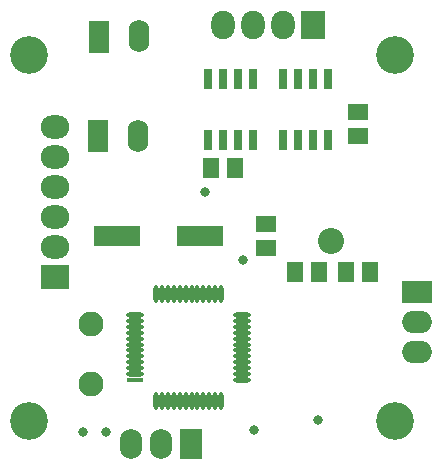
<source format=gbs>
G04 Layer_Color=16711935*
%FSLAX44Y44*%
%MOMM*%
G71*
G01*
G75*
%ADD53R,1.4732X1.8034*%
%ADD54R,1.8034X1.4732*%
%ADD62R,0.7112X1.7272*%
%ADD63C,3.2032*%
%ADD64C,2.2032*%
%ADD65C,2.1082*%
%ADD66R,1.7272X2.7432*%
%ADD67O,1.7272X2.7432*%
%ADD68O,1.9032X2.5032*%
%ADD69R,1.9032X2.5032*%
%ADD70O,2.5032X1.9032*%
%ADD71R,2.5032X1.9032*%
%ADD72R,2.4032X2.0032*%
%ADD73O,2.4032X2.0032*%
%ADD74R,2.0032X2.4032*%
%ADD75O,2.0032X2.4032*%
%ADD76C,0.8032*%
%ADD77R,1.4732X0.4532*%
%ADD78O,1.4732X0.4532*%
%ADD79O,0.4532X1.4732*%
%ADD80R,3.9532X1.7032*%
D53*
X153840Y-95000D02*
D03*
X174160D02*
D03*
X267840Y-183000D02*
D03*
X288160D02*
D03*
X224840D02*
D03*
X245160D02*
D03*
D54*
X278130Y-68580D02*
D03*
Y-48260D02*
D03*
X200000Y-163160D02*
D03*
Y-142840D02*
D03*
D62*
X214630Y-19685D02*
D03*
X227330D02*
D03*
X240030D02*
D03*
X252730D02*
D03*
Y-71755D02*
D03*
X240030D02*
D03*
X227330D02*
D03*
X214630D02*
D03*
X151130Y-19685D02*
D03*
X163830D02*
D03*
X176530D02*
D03*
X189230D02*
D03*
Y-71755D02*
D03*
X176530D02*
D03*
X163830D02*
D03*
X151130D02*
D03*
D63*
X309880Y-309880D02*
D03*
Y0D02*
D03*
X0D02*
D03*
Y-309880D02*
D03*
D64*
X255270Y-157480D02*
D03*
D65*
X52000Y-278400D02*
D03*
Y-227600D02*
D03*
D66*
X57982Y-68127D02*
D03*
X58982Y15873D02*
D03*
D67*
X92018Y-67873D02*
D03*
X93018Y16127D02*
D03*
D68*
X86300Y-329000D02*
D03*
X111700D02*
D03*
D69*
X137100D02*
D03*
D70*
X328000Y-251400D02*
D03*
Y-226000D02*
D03*
D71*
Y-200600D02*
D03*
D72*
X22000Y-187500D02*
D03*
D73*
Y-162100D02*
D03*
Y-136700D02*
D03*
Y-111300D02*
D03*
Y-85900D02*
D03*
Y-60500D02*
D03*
D74*
X240030Y25400D02*
D03*
D75*
X214630D02*
D03*
X189230D02*
D03*
X163830D02*
D03*
D76*
X65000Y-319000D02*
D03*
X45000D02*
D03*
X244000Y-309000D02*
D03*
X190000Y-317000D02*
D03*
X181000Y-173000D02*
D03*
X149000Y-116000D02*
D03*
D77*
X89763Y-274754D02*
D03*
D78*
Y-269754D02*
D03*
Y-264754D02*
D03*
Y-259754D02*
D03*
Y-254754D02*
D03*
Y-249754D02*
D03*
Y-244754D02*
D03*
Y-239754D02*
D03*
Y-234754D02*
D03*
Y-229754D02*
D03*
Y-224754D02*
D03*
Y-219754D02*
D03*
X179729D02*
D03*
Y-224754D02*
D03*
Y-229754D02*
D03*
Y-234754D02*
D03*
Y-239754D02*
D03*
Y-244754D02*
D03*
Y-249754D02*
D03*
Y-254754D02*
D03*
Y-259754D02*
D03*
Y-264754D02*
D03*
Y-269754D02*
D03*
Y-274754D02*
D03*
D79*
X107246Y-202271D02*
D03*
X112246D02*
D03*
X117246D02*
D03*
X122246D02*
D03*
X127246D02*
D03*
X132246D02*
D03*
X137246D02*
D03*
X142246D02*
D03*
X147246D02*
D03*
X152246D02*
D03*
X157246D02*
D03*
X162246D02*
D03*
Y-292237D02*
D03*
X157246D02*
D03*
X152246D02*
D03*
X147246D02*
D03*
X142246D02*
D03*
X137246D02*
D03*
X132246D02*
D03*
X127246D02*
D03*
X122246D02*
D03*
X117246D02*
D03*
X112246D02*
D03*
X107246D02*
D03*
D80*
X144000Y-153000D02*
D03*
X74000D02*
D03*
M02*

</source>
